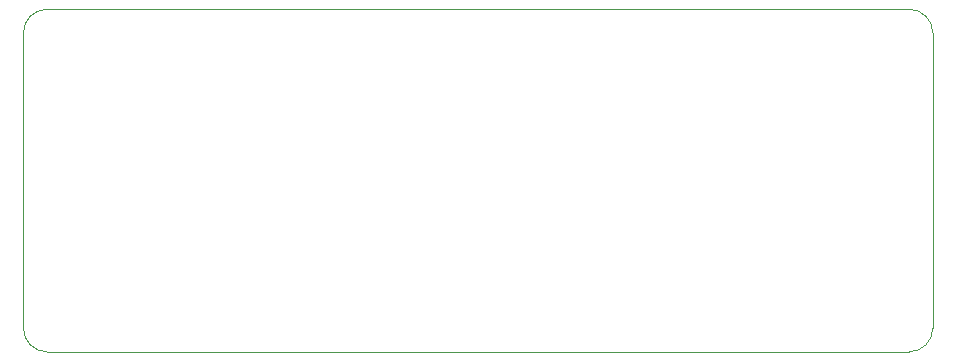
<source format=gbr>
G04*
G04 #@! TF.GenerationSoftware,Altium Limited,Altium Designer,23.8.1 (32)*
G04*
G04 Layer_Color=16711935*
%FSLAX43Y43*%
%MOMM*%
G71*
G04*
G04 #@! TF.SameCoordinates,4157314E-2F8B-4695-BFB2-F8FC6B21436D*
G04*
G04*
G04 #@! TF.FilePolarity,Positive*
G04*
G01*
G75*
%ADD11C,0.100*%
D11*
X77050Y27050D02*
G03*
X75050Y29050I-2000J0D01*
G01*
Y50D02*
G03*
X77050Y2050I0J2000D01*
G01*
X50D02*
G03*
X2050Y50I2000J0D01*
G01*
Y29050D02*
G03*
X50Y27050I0J-2000D01*
G01*
Y2050D02*
Y27050D01*
X2050Y50D02*
X75050D01*
X77050Y2050D02*
Y27050D01*
X2050Y29050D02*
X75050D01*
M02*

</source>
